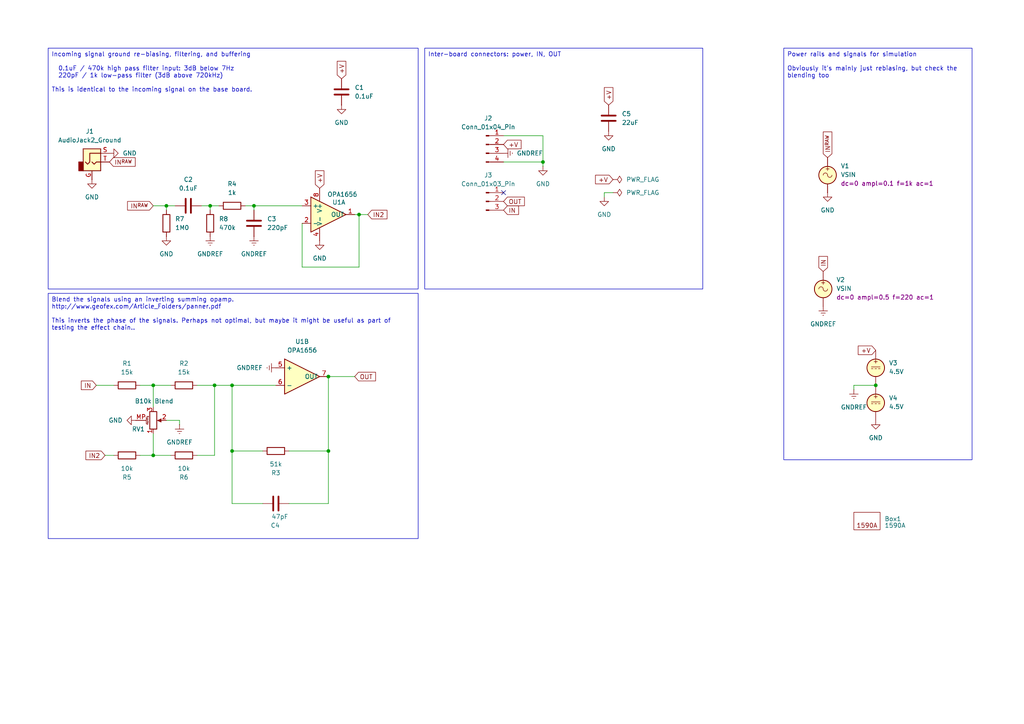
<source format=kicad_sch>
(kicad_sch (version 20250114) (generator "eeschema") (generator_version "9.0")
  (paper "A4")
  (title_block (title "Joiner") (date "2025-05-24") (rev "v2.0"))
  (lib_symbols
    (symbol "Connector:Conn_01x03_Pin" (pin_names (offset 1.016) (hide yes))
      (property "Reference" "J" (at 0 5.08 0))
      (property "Value" "Conn_01x03_Pin" (at 0 -5.08 0))
      (symbol "Conn_01x03_Pin_1_1"
        (rectangle (start 0.8636 2.667) (end 0 2.413) (stroke (width 0.1524)) (fill (type outline)))
        (rectangle (start 0.8636 0.127) (end 0 -0.127) (stroke (width 0.1524)) (fill (type outline)))
        (rectangle (start 0.8636 -2.413) (end 0 -2.667) (stroke (width 0.1524)) (fill (type outline)))
        (polyline (pts (xy 1.27 2.54) (xy 0.8636 2.54)) (stroke (width 0.1524)))
        (polyline (pts (xy 1.27 0) (xy 0.8636 0)) (stroke (width 0.1524)))
        (polyline (pts (xy 1.27 -2.54) (xy 0.8636 -2.54)) (stroke (width 0.1524)))
        (pin passive line (at 5.08 2.54 180) (length 3.81) (name "Pin_1") (number "1"))
        (pin passive line (at 5.08 0 180) (length 3.81) (name "Pin_2") (number "2"))
        (pin passive line (at 5.08 -2.54 180) (length 3.81) (name "Pin_3") (number "3"))
      )
    )
    (symbol "Connector:Conn_01x04_Pin" (pin_names (offset 1.016) (hide yes))
      (property "Reference" "J" (at 0 5.08 0))
      (property "Value" "Conn_01x04_Pin" (at 0 -7.62 0))
      (symbol "Conn_01x04_Pin_1_1"
        (rectangle (start 0.8636 2.667) (end 0 2.413) (stroke (width 0.1524)) (fill (type outline)))
        (rectangle (start 0.8636 0.127) (end 0 -0.127) (stroke (width 0.1524)) (fill (type outline)))
        (rectangle (start 0.8636 -2.413) (end 0 -2.667) (stroke (width 0.1524)) (fill (type outline)))
        (rectangle (start 0.8636 -4.953) (end 0 -5.207) (stroke (width 0.1524)) (fill (type outline)))
        (polyline (pts (xy 1.27 2.54) (xy 0.8636 2.54)) (stroke (width 0.1524)))
        (polyline (pts (xy 1.27 0) (xy 0.8636 0)) (stroke (width 0.1524)))
        (polyline (pts (xy 1.27 -2.54) (xy 0.8636 -2.54)) (stroke (width 0.1524)))
        (polyline (pts (xy 1.27 -5.08) (xy 0.8636 -5.08)) (stroke (width 0.1524)))
        (pin passive line (at 5.08 2.54 180) (length 3.81) (name "Pin_1") (number "1"))
        (pin passive line (at 5.08 0 180) (length 3.81) (name "Pin_2") (number "2"))
        (pin passive line (at 5.08 -2.54 180) (length 3.81) (name "Pin_3") (number "3"))
        (pin passive line (at 5.08 -5.08 180) (length 3.81) (name "Pin_4") (number "4"))
      )
    )
    (symbol "Connector_Audio:AudioJack2_Ground"
      (property "Reference" "J" (at 0 8.89 0))
      (property "Value" "AudioJack2_Ground" (at 0 6.35 0))
      (symbol "AudioJack2_Ground_0_1"
        (rectangle (start -2.54 -2.54) (end -3.81 0) (stroke (width 0.254)) (fill (type outline)))
        (polyline (pts (xy 0 0) (xy 0.635 -0.635) (xy 1.27 0) (xy 2.54 0)) (stroke (width 0.254)))
        (rectangle (start 2.54 3.81) (end -2.54 -2.54) (stroke (width 0.254)) (fill (type background)))
        (polyline (pts (xy 2.54 2.54) (xy -0.635 2.54) (xy -0.635 0) (xy -1.27 -0.635) (xy -1.905 0)) (stroke (width 0.254)))
      )
      (symbol "AudioJack2_Ground_1_1"
        (pin passive line (at 0 -5.08 90) (length 2.54) (name "~") (number "G"))
        (pin passive line (at 5.08 2.54 180) (length 2.54) (name "~") (number "S"))
        (pin passive line (at 5.08 0 180) (length 2.54) (name "~") (number "T"))
      )
    )
    (symbol "Device:C" (pin_numbers (hide yes)) (pin_names (offset 0.254))
      (property "Reference" "C" (at 0.635 2.54 0))
      (property "Value" "C" (at 0.635 -2.54 0))
      (symbol "C_0_1"
        (polyline (pts (xy -2.032 0.762) (xy 2.032 0.762)) (stroke (width 0.508)))
        (polyline (pts (xy -2.032 -0.762) (xy 2.032 -0.762)) (stroke (width 0.508)))
      )
      (symbol "C_1_1"
        (pin passive line (at 0 3.81 270) (length 2.794) (name "~") (number "1"))
        (pin passive line (at 0 -3.81 90) (length 2.794) (name "~") (number "2"))
      )
    )
    (symbol "Device:R" (pin_numbers (hide yes)) (pin_names (offset 0))
      (property "Reference" "R" (at 2.032 0 90))
      (property "Value" "R" (at 0 0 90))
      (symbol "R_0_1"
        (rectangle (start -1.016 -2.54) (end 1.016 2.54) (stroke (width 0.254)))
      )
      (symbol "R_1_1"
        (pin passive line (at 0 3.81 270) (length 1.27) (name "~") (number "1"))
        (pin passive line (at 0 -3.81 90) (length 1.27) (name "~") (number "2"))
      )
    )
    (symbol "Device:R_Potentiometer_MountingPin" (pin_names (offset 1.016) (hide yes))
      (property "Reference" "RV" (at -8.255 0 90))
      (property "Value" "R_Potentiometer_MountingPin" (at -6.35 0 90))
      (symbol "R_Potentiometer_MountingPin_0_1"
        (rectangle (start 1.016 2.54) (end -1.016 -2.54) (stroke (width 0.254)))
        (polyline (pts (xy 1.143 0) (xy 2.286 0.508) (xy 2.286 -0.508)) (fill (type outline)))
        (polyline (pts (xy 2.54 0) (xy 1.524 0)))
      )
      (symbol "R_Potentiometer_MountingPin_1_1"
        (polyline (pts (xy -2.032 1.016) (xy -2.032 -1.016)) (stroke (width 0.1524)))
        (text "Mounting" (at -1.651 0 900) (effects (font (size 0.381 0.381))))
        (pin passive line (at -5.08 0 0) (length 3.048) (name "MountPin") (number "MP"))
        (pin passive line (at 0 3.81 270) (length 1.27) (name "1") (number "1"))
        (pin passive line (at 0 -3.81 90) (length 1.27) (name "3") (number "3"))
        (pin passive line (at 3.81 0 180) (length 1.27) (name "2") (number "2"))
      )
    )
    (symbol "Mylib:Enclosure_1590A" (exclude_from_sim yes)
      (property "Reference" "Box" (at 0 0 0))
      (symbol "Enclosure_1590A_0_1"
        (rectangle (start -3.81 1.27) (end 3.81 -3.81))
      )
      (symbol "Enclosure_1590A_1_1"
        (text "1590A" (at 0 -2.54 0) (effects (font (size 1.27 1.27))))
      )
    )
    (symbol "Mylib:OPA1656"
      (property "Reference" "U" (at 8.89 5.08 0))
      (property "Value" "OPA1656" (at 2.54 11.43 0))
      (symbol "OPA1656_0_1"
        (polyline (pts (xy -2.54 5.08) (xy 7.62 0) (xy -2.54 -5.08) (xy -2.54 5.08)) (stroke (width 0.254)) (fill (type background)))
      )
      (symbol "OPA1656_1_1"
        (pin input line (at -5.08 2.54 0) (length 2.54) (name "+") (number "3"))
        (pin input line (at -5.08 -2.54 0) (length 2.54) (name "-") (number "2"))
        (pin power_in line (at 0 7.62 270) (length 3.81) (name "V+") (number "8"))
        (pin power_in line (at 0 -7.62 90) (length 3.81) (name "V-") (number "4"))
        (pin output line (at 10.16 0 180) (length 2.54) (name "OUT") (number "1"))
      )
      (symbol "OPA1656_2_1"
        (pin input line (at -5.08 2.54 0) (length 2.54) (name "+") (number "5"))
        (pin input line (at -5.08 -2.54 0) (length 2.54) (name "-") (number "6"))
        (pin output line (at 10.16 0 180) (length 2.54) (name "OUT") (number "7"))
      )
    )
    (symbol "Simulation_SPICE:VDC" (pin_numbers (hide yes)) (pin_names (offset 0.0254))
      (property "Reference" "V" (at 2.54 2.54 0))
      (property "Value" "1" (at 2.54 0 0))
      (symbol "VDC_0_0"
        (polyline (pts (xy -1.27 0.254) (xy 1.27 0.254)))
        (polyline (pts (xy -0.762 -0.254) (xy -1.27 -0.254)))
        (polyline (pts (xy 0.254 -0.254) (xy -0.254 -0.254)))
        (polyline (pts (xy 1.27 -0.254) (xy 0.762 -0.254)))
        (text "+" (at 0 1.905 0) (effects (font (size 1.27 1.27))))
      )
      (symbol "VDC_0_1"
        (circle (center 0 0) (radius 2.54) (stroke (width 0.254)) (fill (type background)))
      )
      (symbol "VDC_1_1"
        (pin passive line (at 0 5.08 270) (length 2.54) (name "~") (number "1"))
        (pin passive line (at 0 -5.08 90) (length 2.54) (name "~") (number "2"))
      )
    )
    (symbol "Simulation_SPICE:VSIN" (pin_numbers (hide yes)) (pin_names (offset 0.0254))
      (property "Reference" "V" (at 2.54 2.54 0))
      (property "Value" "VSIN" (at 2.54 0 0))
      (property "Sim.Params" "dc=0 ampl=1 f=1k ac=1" (at 2.54 -2.54 0))
      (symbol "VSIN_0_0"
        (arc (start -1.27 0) (mid -0.635 0.6323) (end 0 0))
        (arc (start 1.27 0) (mid 0.635 -0.6323) (end 0 0))
        (text "+" (at 0 1.905 0) (effects (font (size 1.27 1.27))))
      )
      (symbol "VSIN_0_1"
        (circle (center 0 0) (radius 2.54) (stroke (width 0.254)) (fill (type background)))
      )
      (symbol "VSIN_1_1"
        (pin passive line (at 0 5.08 270) (length 2.54) (name "~") (number "1"))
        (pin passive line (at 0 -5.08 90) (length 2.54) (name "~") (number "2"))
      )
    )
    (symbol "power:GND" (power) (pin_numbers (hide yes)) (pin_names (offset 0) (hide yes))
      (property "Value" "GND" (at 0 -3.81 0))
      (symbol "GND_0_1"
        (polyline (pts (xy 0 0) (xy 0 -1.27) (xy 1.27 -1.27) (xy 0 -2.54) (xy -1.27 -1.27) (xy 0 -1.27)))
      )
      (symbol "GND_1_1"
        (pin power_in line (at 0 0 270) (length 0) (name "~") (number "1"))
      )
    )
    (symbol "power:GNDREF" (power) (pin_numbers (hide yes)) (pin_names (offset 0) (hide yes))
      (property "Value" "GNDREF" (at 0 -3.81 0))
      (symbol "GNDREF_0_1"
        (polyline (pts (xy -0.635 -1.905) (xy 0.635 -1.905)))
        (polyline (pts (xy -0.127 -2.54) (xy 0.127 -2.54)))
        (polyline (pts (xy 0 -1.27) (xy 0 0)))
        (polyline (pts (xy 1.27 -1.27) (xy -1.27 -1.27)))
      )
      (symbol "GNDREF_1_1"
        (pin power_in line (at 0 0 270) (length 0) (name "~") (number "1"))
      )
    )
    (symbol "power:PWR_FLAG" (power) (pin_numbers (hide yes)) (pin_names (offset 0) (hide yes))
      (property "Value" "PWR_FLAG" (at 0 3.81 0))
      (symbol "PWR_FLAG_0_0"
        (pin power_out line (at 0 0 90) (length 0) (name "~") (number "1"))
      )
      (symbol "PWR_FLAG_0_1"
        (polyline (pts (xy 0 0) (xy 0 1.27) (xy -1.016 1.905) (xy 0 2.54) (xy 1.016 1.905) (xy 0 1.27)))
      )
    )
  )
  (text_box "Inter-board connectors: power, IN, OUT" (at 123.19 13.97 0) (size 80.645 69.85) (margins 0.9525 0.9525 0.9525 0.9525) (effects (font (size 1.27 1.27)) (justify left top)))
  (text_box "Blend the signals using an inverting summing opamp.\nhttp://www.geofex.com/Article_Folders/panner.pdf\n\nThis inverts the phase of the signals. Perhaps not optimal, but maybe it might be useful as part of testing the effect chain.." (at 13.97 85.09 0) (size 107.315 71.12) (margins 0.9525 0.9525 0.9525 0.9525) (effects (font (size 1.27 1.27)) (justify left top)))
  (text_box "Incoming signal ground re-biasing, filtering, and buffering\n\n  0.1uF / 470k high pass filter input: 3dB below 7Hz\n  220pF / 1k low-pass filter (3dB above 720kHz)\n\nThis is identical to the incoming signal on the base board." (at 13.97 13.97 0) (size 107.315 69.85) (margins 0.9525 0.9525 0.9525 0.9525) (effects (font (size 1.27 1.27)) (justify left top)))
  (text_box "Power rails and signals for simulation\n\nObviously it's mainly just rebiasing, but check the blending too" (at 227.33 13.97 0) (size 54.61 119.38) (margins 0.9525 0.9525 0.9525 0.9525) (effects (font (size 1.27 1.27)) (justify left top)))
  (junction (at 44.45 111.76))
  (junction (at 44.45 132.08))
  (junction (at 67.31 111.76))
  (junction (at 62.23 111.76))
  (junction (at 157.48 46.99))
  (junction (at 104.14 62.23))
  (junction (at 67.31 130.81))
  (junction (at 95.25 130.81))
  (junction (at 73.66 59.69))
  (junction (at 48.26 59.69))
  (junction (at 60.96 59.69))
  (junction (at 95.25 109.22))
  (junction (at 254 111.76))
  (no_connect (at 146.05 55.88))
  (wire (pts (xy 44.45 111.76) (xy 49.53 111.76)))
  (wire (pts (xy 157.48 39.37) (xy 157.48 46.99)))
  (wire (pts (xy 247.65 111.76) (xy 247.65 113.03)))
  (wire (pts (xy 57.15 111.76) (xy 62.23 111.76)))
  (wire (pts (xy 40.64 111.76) (xy 44.45 111.76)))
  (wire (pts (xy 146.05 46.99) (xy 157.48 46.99)))
  (wire (pts (xy 95.25 146.05) (xy 95.25 130.81)))
  (wire (pts (xy 67.31 130.81) (xy 67.31 146.05)))
  (wire (pts (xy 254 111.76) (xy 247.65 111.76)))
  (wire (pts (xy 95.25 109.22) (xy 102.87 109.22)))
  (wire (pts (xy 52.07 121.92) (xy 52.07 123.19)))
  (wire (pts (xy 48.26 59.69) (xy 50.8 59.69)))
  (wire (pts (xy 44.45 111.76) (xy 44.45 118.11)))
  (wire (pts (xy 87.63 77.47) (xy 87.63 64.77)))
  (wire (pts (xy 60.96 59.69) (xy 60.96 60.96)))
  (wire (pts (xy 104.14 62.23) (xy 104.14 77.47)))
  (wire (pts (xy 58.42 59.69) (xy 60.96 59.69)))
  (wire (pts (xy 40.64 132.08) (xy 44.45 132.08)))
  (wire (pts (xy 146.05 39.37) (xy 157.48 39.37)))
  (wire (pts (xy 67.31 130.81) (xy 76.2 130.81)))
  (wire (pts (xy 83.82 146.05) (xy 95.25 146.05)))
  (wire (pts (xy 48.26 121.92) (xy 52.07 121.92)))
  (wire (pts (xy 157.48 46.99) (xy 157.48 48.26)))
  (wire (pts (xy 73.66 59.69) (xy 87.63 59.69)))
  (wire (pts (xy 104.14 62.23) (xy 106.68 62.23)))
  (wire (pts (xy 102.87 62.23) (xy 104.14 62.23)))
  (wire (pts (xy 177.8 55.88) (xy 175.26 55.88)))
  (wire (pts (xy 44.45 125.73) (xy 44.45 132.08)))
  (wire (pts (xy 73.66 60.96) (xy 73.66 59.69)))
  (wire (pts (xy 62.23 132.08) (xy 57.15 132.08)))
  (wire (pts (xy 67.31 111.76) (xy 67.31 130.81)))
  (wire (pts (xy 44.45 59.69) (xy 48.26 59.69)))
  (wire (pts (xy 175.26 55.88) (xy 175.26 57.15)))
  (wire (pts (xy 27.94 111.76) (xy 33.02 111.76)))
  (wire (pts (xy 71.12 59.69) (xy 73.66 59.69)))
  (wire (pts (xy 87.63 77.47) (xy 104.14 77.47)))
  (wire (pts (xy 48.26 59.69) (xy 48.26 60.96)))
  (wire (pts (xy 62.23 111.76) (xy 67.31 111.76)))
  (wire (pts (xy 67.31 146.05) (xy 76.2 146.05)))
  (wire (pts (xy 95.25 109.22) (xy 95.25 130.81)))
  (wire (pts (xy 83.82 130.81) (xy 95.25 130.81)))
  (wire (pts (xy 67.31 111.76) (xy 80.01 111.76)))
  (wire (pts (xy 60.96 59.69) (xy 63.5 59.69)))
  (wire (pts (xy 30.48 132.08) (xy 33.02 132.08)))
  (wire (pts (xy 62.23 111.76) (xy 62.23 132.08)))
  (wire (pts (xy 44.45 132.08) (xy 49.53 132.08)))
  (global_label "+V" (shape input) (at 177.8 52.07 180) (property "Intersheetrefs" "${INTERSHEET_REFS}" (effects (hide yes))))
  (global_label "IN^{RAW}" (shape input) (at 44.45 59.69 180) (property "Intersheetrefs" "${INTERSHEET_REFS}" (effects (hide yes))))
  (global_label "OUT" (shape input) (at 146.05 58.42 0) (property "Intersheetrefs" "${INTERSHEET_REFS}" (effects (hide yes))))
  (global_label "IN" (shape input) (at 146.05 60.96 0) (property "Intersheetrefs" "${INTERSHEET_REFS}" (effects (hide yes))))
  (global_label "IN2" (shape input) (at 30.48 132.08 180) (property "Intersheetrefs" "${INTERSHEET_REFS}" (effects (hide yes))))
  (global_label "IN^{RAW}" (shape input) (at 240.03 45.72 90) (property "Intersheetrefs" "${INTERSHEET_REFS}" (effects (hide yes))))
  (global_label "+V" (shape input) (at 99.06 22.86 90) (property "Intersheetrefs" "${INTERSHEET_REFS}" (effects (hide yes))))
  (global_label "+V" (shape input) (at 92.71 54.61 90) (property "Intersheetrefs" "${INTERSHEET_REFS}" (effects (hide yes))))
  (global_label "OUT" (shape input) (at 102.87 109.22 0) (property "Intersheetrefs" "${INTERSHEET_REFS}" (effects (hide yes))))
  (global_label "IN^{RAW}" (shape input) (at 31.75 46.99 0) (property "Intersheetrefs" "${INTERSHEET_REFS}" (effects (hide yes))))
  (global_label "IN2" (shape input) (at 106.68 62.23 0) (property "Intersheetrefs" "${INTERSHEET_REFS}" (effects (hide yes))))
  (global_label "+V" (shape input) (at 146.05 41.91 0) (property "Intersheetrefs" "${INTERSHEET_REFS}" (effects (hide yes))))
  (global_label "+V" (shape input) (at 176.53 30.48 90) (property "Intersheetrefs" "${INTERSHEET_REFS}" (effects (hide yes))))
  (global_label "IN" (shape input) (at 238.76 78.74 90) (property "Intersheetrefs" "${INTERSHEET_REFS}" (effects (hide yes))))
  (global_label "+V" (shape input) (at 254 101.6 180) (property "Intersheetrefs" "${INTERSHEET_REFS}" (effects (hide yes))))
  (global_label "IN" (shape input) (at 27.94 111.76 180) (property "Intersheetrefs" "${INTERSHEET_REFS}" (effects (hide yes))))
  (symbol (lib_id "power:GNDREF") (at 60.96 68.58 0) (unit 1)
    (property "Reference" "#PWR08" (effects (hide yes)))
    (property "Value" "GNDREF" (at 60.96 73.66 0))
    (property "Description" "Power symbol creates a global label with name \"GNDREF\" , reference supply ground" (effects (hide yes)))
  )
  (symbol (lib_id "Device:C") (at 80.01 146.05 270) (unit 1)
    (property "Reference" "C4" (at 78.486 152.4 90) (effects (justify left)))
    (property "Value" "47pF" (at 78.7401 149.86 90) (effects (justify left)))
    (property "Footprint" "Capacitor_SMD:C_0805_2012Metric_Pad1.18x1.45mm_HandSolder" (effects (hide yes)))
    (property "Description" "Unpolarized capacitor" (effects (hide yes)))
  )
  (symbol (lib_id "Connector_Audio:AudioJack2_Ground") (at 26.67 46.99 0) (unit 1) (exclude_from_sim yes)
    (property "Reference" "J1" (at 26.035 38.1 0))
    (property "Value" "AudioJack2_Ground" (at 26.035 40.64 0))
    (property "Footprint" "Mylib:CK-6.35" (effects (hide yes)))
    (property "Description" "Audio Jack, 2 Poles (Mono / TS), Grounded Sleeve" (effects (hide yes)))
  )
  (symbol (lib_id "power:GND") (at 99.06 30.48 0) (unit 1)
    (property "Reference" "#PWR01" (effects (hide yes)))
    (property "Value" "GND" (at 99.06 35.56 0))
    (property "Description" "Power symbol creates a global label with name \"GND\" , ground" (effects (hide yes)))
  )
  (symbol (lib_id "power:GND") (at 157.48 48.26 0) (unit 1)
    (property "Reference" "#PWR013" (effects (hide yes)))
    (property "Value" "GND" (at 157.48 53.34 0))
    (property "Description" "Power symbol creates a global label with name \"GND\" , ground" (effects (hide yes)))
  )
  (symbol (lib_id "power:GND") (at 31.75 44.45 90) (unit 1)
    (property "Reference" "#PWR03" (effects (hide yes)))
    (property "Value" "GND" (at 35.56 44.4499 90) (effects (justify right)))
    (property "Description" "Power symbol creates a global label with name \"GND\" , ground" (effects (hide yes)))
  )
  (symbol (lib_id "power:GND") (at 175.26 57.15 0) (unit 1)
    (property "Reference" "#PWR015" (effects (hide yes)))
    (property "Value" "GND" (at 175.26 62.23 0))
    (property "Description" "Power symbol creates a global label with name \"GND\" , ground" (effects (hide yes)))
  )
  (symbol (lib_id "power:GNDREF") (at 146.05 44.45 90) (unit 1)
    (property "Reference" "#PWR012" (effects (hide yes)))
    (property "Value" "GNDREF" (at 149.86 44.4499 90) (effects (justify right)))
    (property "Description" "Power symbol creates a global label with name \"GNDREF\" , reference supply ground" (effects (hide yes)))
  )
  (symbol (lib_id "Device:C") (at 99.06 26.67 0) (unit 1)
    (property "Reference" "C1" (at 102.87 25.3999 0) (effects (justify left)))
    (property "Value" "0.1uF" (at 102.87 27.9399 0) (effects (justify left)))
    (property "Footprint" "Mylib:C_0704_1810Metric" (effects (hide yes)))
    (property "Description" "Unpolarized capacitor" (effects (hide yes)))
  )
  (symbol (lib_id "power:GNDREF") (at 238.76 88.9 0) (unit 1)
    (property "Reference" "#PWR016" (effects (hide yes)))
    (property "Value" "GNDREF" (at 238.76 93.98 0))
    (property "Description" "Power symbol creates a global label with name \"GNDREF\" , reference supply ground" (effects (hide yes)))
  )
  (symbol (lib_id "Mylib:OPA1656") (at 85.09 109.22 0) (unit 2)
    (property "Reference" "U1" (at 87.63 99.06 0))
    (property "Value" "OPA1656" (at 87.63 101.6 0))
    (property "Footprint" "Package_SO:SOIC-8_3.9x4.9mm_P1.27mm" (effects (hide yes)))
    (property "Datasheet" "https://ti.com/lit/ds/symlink/opa1655.pdf" (effects (hide yes)))
    (property "Description" "Dual audio op-amp" (effects (hide yes)))
    (property "Sim.Library" "${KIPRJMOD}/../../symbols/dual1656.lib" (effects (hide yes)))
    (property "Sim.Name" "DUAL1656" (effects (hide yes)))
    (property "Sim.Device" "SUBCKT" (effects (hide yes)))
    (property "Sim.Pins" "1=OUTA 2=INA- 3=INA+ 4=V- 5=INB+ 6=INB- 7=OUTB 8=V+" (effects (hide yes)))
  )
  (symbol (lib_id "Device:C") (at 54.61 59.69 90) (unit 1)
    (property "Reference" "C2" (at 54.61 52.07 90))
    (property "Value" "0.1uF" (at 54.61 54.61 90))
    (property "Footprint" "Mylib:C_0704_1810Metric" (effects (hide yes)))
    (property "Description" "Unpolarized capacitor" (effects (hide yes)))
  )
  (symbol (lib_id "Connector:Conn_01x04_Pin") (at 140.97 41.91 0) (unit 1) (exclude_from_sim yes)
    (property "Reference" "J2" (at 141.605 34.29 0))
    (property "Value" "Conn_01x04_Pin" (at 141.605 36.83 0))
    (property "Footprint" "Connector_PinHeader_2.54mm:PinHeader_1x04_P2.54mm_Vertical" (effects (hide yes)))
    (property "Description" "Generic connector, single row, 01x04, script generated" (effects (hide yes)))
  )
  (symbol (lib_id "Device:R") (at 67.31 59.69 90) (unit 1)
    (property "Reference" "R4" (at 67.31 53.34 90))
    (property "Value" "1k" (at 67.31 55.88 90))
    (property "Footprint" "Resistor_SMD:R_0805_2012Metric_Pad1.20x1.40mm_HandSolder" (effects (hide yes)))
    (property "Description" "Resistor" (effects (hide yes)))
  )
  (symbol (lib_id "power:GND") (at 176.53 38.1 0) (unit 1)
    (property "Reference" "#PWR011" (effects (hide yes)))
    (property "Value" "GND" (at 176.53 43.18 0))
    (property "Description" "Power symbol creates a global label with name \"GND\" , ground" (effects (hide yes)))
  )
  (symbol (lib_id "Device:R_Potentiometer_MountingPin") (at 44.45 121.92 0) (mirror x) (unit 1)
    (property "Reference" "RV1" (at 40.132 124.46 0))
    (property "Value" "B10k Blend" (at 44.704 116.332 0))
    (property "Footprint" "Mylib:Potentiometer_9mm_MP" (effects (hide yes)))
    (property "Description" "Potentiometer with a mounting pin" (effects (hide yes)))
    (property "Sim.Device" "R" (effects (hide yes)))
    (property "Sim.Type" "POT" (effects (hide yes)))
    (property "Sim.Pins" "1=r0 2=wiper 3=r1" (effects (hide yes)))
    (property "Sim.Params" "r=10k pos=0.8" (effects (hide yes)))
  )
  (symbol (lib_id "power:PWR_FLAG") (at 177.8 55.88 270) (unit 1)
    (property "Reference" "#FLG02" (effects (hide yes)))
    (property "Value" "PWR_FLAG" (at 181.61 55.8801 90) (effects (justify left)))
    (property "Description" "Special symbol for telling ERC where power comes from" (effects (hide yes)))
  )
  (symbol (lib_id "Device:C") (at 73.66 64.77 0) (unit 1)
    (property "Reference" "C3" (at 77.47 63.4999 0) (effects (justify left)))
    (property "Value" "220pF" (at 77.47 66.0399 0) (effects (justify left)))
    (property "Footprint" "Capacitor_SMD:C_0805_2012Metric_Pad1.18x1.45mm_HandSolder" (effects (hide yes)))
    (property "Description" "Unpolarized capacitor" (effects (hide yes)))
  )
  (symbol (lib_id "power:GND") (at 240.03 55.88 0) (unit 1)
    (property "Reference" "#PWR014" (effects (hide yes)))
    (property "Value" "GND" (at 240.03 60.96 0))
    (property "Description" "Power symbol creates a global label with name \"GND\" , ground" (effects (hide yes)))
  )
  (symbol (lib_id "Device:R") (at 53.34 111.76 270) (unit 1)
    (property "Reference" "R2" (at 53.34 105.41 90))
    (property "Value" "15k" (at 53.34 107.95 90))
    (property "Footprint" "Resistor_SMD:R_0805_2012Metric_Pad1.20x1.40mm_HandSolder" (effects (hide yes)))
    (property "Description" "Resistor" (effects (hide yes)))
  )
  (symbol (lib_id "power:GND") (at 254 121.92 0) (unit 1)
    (property "Reference" "#PWR018" (effects (hide yes)))
    (property "Value" "GND" (at 254 127 0))
    (property "Description" "Power symbol creates a global label with name \"GND\" , ground" (effects (hide yes)))
  )
  (symbol (lib_id "Mylib:OPA1656") (at 92.71 62.23 0) (unit 1)
    (property "Reference" "U1" (at 98.298 58.674 0))
    (property "Value" "OPA1656" (at 99.314 56.388 0))
    (property "Footprint" "Package_SO:SOIC-8_3.9x4.9mm_P1.27mm" (effects (hide yes)))
    (property "Datasheet" "https://ti.com/lit/ds/symlink/opa1655.pdf" (effects (hide yes)))
    (property "Description" "Dual audio op-amp" (effects (hide yes)))
    (property "Sim.Library" "${KIPRJMOD}/../../symbols/dual1656.lib" (effects (hide yes)))
    (property "Sim.Name" "DUAL1656" (effects (hide yes)))
    (property "Sim.Device" "SUBCKT" (effects (hide yes)))
    (property "Sim.Pins" "1=OUTA 2=INA- 3=INA+ 4=V- 5=INB+ 6=INB- 7=OUTB 8=V+" (effects (hide yes)))
  )
  (symbol (lib_id "Simulation_SPICE:VSIN") (at 240.03 50.8 0) (unit 1) (on_board no)
    (property "Reference" "V1" (at 243.84 48.1301 0) (effects (justify left)))
    (property "Value" "VSIN" (at 243.84 50.6701 0) (effects (justify left)))
    (property "Datasheet" "https://ngspice.sourceforge.io/docs/ngspice-html-manual/manual.xhtml#sec_Independent_Sources_for" (effects (hide yes)))
    (property "Description" "Voltage source, sinusoidal" (effects (hide yes)))
    (property "Sim.Pins" "1=+ 2=-" (effects (hide yes)))
    (property "Sim.Params" "dc=0 ampl=0.1 f=1k ac=1" (at 243.84 53.2101 0) (effects (justify left)))
    (property "Sim.Type" "SIN" (effects (hide yes)))
    (property "Sim.Device" "V" (effects (hide yes)))
  )
  (symbol (lib_id "Device:C") (at 176.53 34.29 0) (unit 1)
    (property "Reference" "C5" (at 180.34 33.0199 0) (effects (justify left)))
    (property "Value" "22uF" (at 180.34 35.5599 0) (effects (justify left)))
    (property "Footprint" "Capacitor_SMD:C_1206_3216Metric_Pad1.33x1.80mm_HandSolder" (effects (hide yes)))
    (property "Description" "Unpolarized capacitor" (effects (hide yes)))
  )
  (symbol (lib_id "power:GND") (at 48.26 68.58 0) (unit 1)
    (property "Reference" "#PWR07" (effects (hide yes)))
    (property "Value" "GND" (at 48.26 73.66 0))
    (property "Description" "Power symbol creates a global label with name \"GND\" , ground" (effects (hide yes)))
  )
  (symbol (lib_id "power:GNDREF") (at 73.66 68.58 0) (unit 1)
    (property "Reference" "#PWR09" (effects (hide yes)))
    (property "Value" "GNDREF" (at 73.66 73.66 0))
    (property "Description" "Power symbol creates a global label with name \"GNDREF\" , reference supply ground" (effects (hide yes)))
  )
  (symbol (lib_id "power:PWR_FLAG") (at 177.8 52.07 270) (unit 1)
    (property "Reference" "#FLG01" (effects (hide yes)))
    (property "Value" "PWR_FLAG" (at 181.61 52.0699 90) (effects (justify left)))
    (property "Description" "Special symbol for telling ERC where power comes from" (effects (hide yes)))
  )
  (symbol (lib_id "Device:R") (at 48.26 64.77 0) (unit 1)
    (property "Reference" "R7" (at 50.8 63.4999 0) (effects (justify left)))
    (property "Value" "1M0" (at 50.8 66.0399 0) (effects (justify left)))
    (property "Footprint" "Resistor_SMD:R_0805_2012Metric_Pad1.20x1.40mm_HandSolder" (effects (hide yes)))
    (property "Description" "Resistor" (effects (hide yes)))
  )
  (symbol (lib_id "Device:R") (at 36.83 132.08 270) (mirror x) (unit 1)
    (property "Reference" "R5" (at 36.83 138.43 90))
    (property "Value" "10k" (at 36.83 135.89 90))
    (property "Footprint" "Resistor_SMD:R_0805_2012Metric_Pad1.20x1.40mm_HandSolder" (effects (hide yes)))
    (property "Description" "Resistor" (effects (hide yes)))
  )
  (symbol (lib_id "Simulation_SPICE:VDC") (at 254 106.68 0) (unit 1) (on_board no)
    (property "Reference" "V3" (at 257.81 105.2801 0) (effects (justify left)))
    (property "Value" "4.5V" (at 257.81 107.8201 0) (effects (justify left)))
    (property "Datasheet" "https://ngspice.sourceforge.io/docs/ngspice-html-manual/manual.xhtml#sec_Independent_Sources_for" (effects (hide yes)))
    (property "Description" "Voltage source, DC" (effects (hide yes)))
    (property "Sim.Pins" "1=+ 2=-" (effects (hide yes)))
    (property "Sim.Type" "DC" (effects (hide yes)))
    (property "Sim.Device" "V" (effects (hide yes)))
  )
  (symbol (lib_id "power:GND") (at 26.67 52.07 0) (unit 1)
    (property "Reference" "#PWR06" (effects (hide yes)))
    (property "Value" "GND" (at 26.67 57.15 0))
    (property "Description" "Power symbol creates a global label with name \"GND\" , ground" (effects (hide yes)))
  )
  (symbol (lib_id "Mylib:Enclosure_1590A") (at 251.46 149.86 0) (unit 1) (exclude_from_sim yes)
    (property "Reference" "Box1" (at 256.54 150.4949 0) (effects (justify left)))
    (property "Value" "1590A" (at 256.54 152.4 0) (effects (justify left)))
    (property "Footprint" "Mylib:1590A" (effects (hide yes)))
  )
  (symbol (lib_id "Simulation_SPICE:VSIN") (at 238.76 83.82 0) (unit 1) (on_board no)
    (property "Reference" "V2" (at 242.57 81.1501 0) (effects (justify left)))
    (property "Value" "VSIN" (at 242.57 83.6901 0) (effects (justify left)))
    (property "Datasheet" "https://ngspice.sourceforge.io/docs/ngspice-html-manual/manual.xhtml#sec_Independent_Sources_for" (effects (hide yes)))
    (property "Description" "Voltage source, sinusoidal" (effects (hide yes)))
    (property "Sim.Pins" "1=+ 2=-" (effects (hide yes)))
    (property "Sim.Params" "dc=0 ampl=0.5 f=220 ac=1" (at 242.57 86.2301 0) (effects (justify left)))
    (property "Sim.Type" "SIN" (effects (hide yes)))
    (property "Sim.Device" "V" (effects (hide yes)))
  )
  (symbol (lib_id "power:GNDREF") (at 52.07 123.19 0) (unit 1)
    (property "Reference" "#PWR05" (effects (hide yes)))
    (property "Value" "GNDREF" (at 52.07 128.27 0))
    (property "Description" "Power symbol creates a global label with name \"GNDREF\" , reference supply ground" (effects (hide yes)))
  )
  (symbol (lib_id "Device:R") (at 53.34 132.08 270) (mirror x) (unit 1)
    (property "Reference" "R6" (at 53.34 138.43 90))
    (property "Value" "10k" (at 53.34 135.89 90))
    (property "Footprint" "Resistor_SMD:R_0805_2012Metric_Pad1.20x1.40mm_HandSolder" (effects (hide yes)))
    (property "Description" "Resistor" (effects (hide yes)))
  )
  (symbol (lib_id "Device:R") (at 36.83 111.76 270) (unit 1)
    (property "Reference" "R1" (at 36.83 105.41 90))
    (property "Value" "15k" (at 36.83 107.95 90))
    (property "Footprint" "Resistor_SMD:R_0805_2012Metric_Pad1.20x1.40mm_HandSolder" (effects (hide yes)))
    (property "Description" "Resistor" (effects (hide yes)))
  )
  (symbol (lib_id "Simulation_SPICE:VDC") (at 254 116.84 0) (unit 1) (on_board no)
    (property "Reference" "V4" (at 257.81 115.4401 0) (effects (justify left)))
    (property "Value" "4.5V" (at 257.81 117.9801 0) (effects (justify left)))
    (property "Datasheet" "https://ngspice.sourceforge.io/docs/ngspice-html-manual/manual.xhtml#sec_Independent_Sources_for" (effects (hide yes)))
    (property "Description" "Voltage source, DC" (effects (hide yes)))
    (property "Sim.Pins" "1=+ 2=-" (effects (hide yes)))
    (property "Sim.Type" "DC" (effects (hide yes)))
    (property "Sim.Device" "V" (effects (hide yes)))
  )
  (symbol (lib_id "Connector:Conn_01x03_Pin") (at 140.97 58.42 0) (unit 1) (exclude_from_sim yes)
    (property "Reference" "J3" (at 141.605 50.8 0))
    (property "Value" "Conn_01x03_Pin" (at 141.605 53.34 0))
    (property "Footprint" "Connector_PinHeader_2.54mm:PinHeader_1x03_P2.54mm_Vertical" (effects (hide yes)))
    (property "Description" "Generic connector, single row, 01x03, script generated" (effects (hide yes)))
  )
  (symbol (lib_id "Device:R") (at 80.01 130.81 270) (mirror x) (unit 1)
    (property "Reference" "R3" (at 80.01 137.16 90))
    (property "Value" "51k" (at 80.01 134.62 90))
    (property "Footprint" "Resistor_SMD:R_0805_2012Metric_Pad1.20x1.40mm_HandSolder" (effects (hide yes)))
    (property "Description" "Resistor" (effects (hide yes)))
  )
  (symbol (lib_id "power:GND") (at 39.37 121.92 270) (unit 1)
    (property "Reference" "#PWR04" (effects (hide yes)))
    (property "Value" "GND" (at 35.56 121.9199 90) (effects (justify right)))
    (property "Description" "Power symbol creates a global label with name \"GND\" , ground" (effects (hide yes)))
  )
  (symbol (lib_id "power:GND") (at 92.71 69.85 0) (unit 1)
    (property "Reference" "#PWR010" (effects (hide yes)))
    (property "Value" "GND" (at 92.71 74.93 0))
    (property "Description" "Power symbol creates a global label with name \"GND\" , ground" (effects (hide yes)))
  )
  (symbol (lib_id "Device:R") (at 60.96 64.77 0) (unit 1)
    (property "Reference" "R8" (at 63.5 63.4999 0) (effects (justify left)))
    (property "Value" "470k" (at 63.5 66.0399 0) (effects (justify left)))
    (property "Footprint" "Resistor_SMD:R_0805_2012Metric_Pad1.20x1.40mm_HandSolder" (effects (hide yes)))
    (property "Description" "Resistor" (effects (hide yes)))
  )
  (symbol (lib_id "power:GNDREF") (at 80.01 106.68 270) (unit 1)
    (property "Reference" "#PWR02" (effects (hide yes)))
    (property "Value" "GNDREF" (at 76.2 106.6799 90) (effects (justify right)))
    (property "Description" "Power symbol creates a global label with name \"GNDREF\" , reference supply ground" (effects (hide yes)))
  )
  (symbol (lib_id "power:GNDREF") (at 247.65 113.03 0) (unit 1)
    (property "Reference" "#PWR017" (effects (hide yes)))
    (property "Value" "GNDREF" (at 247.65 118.11 0))
    (property "Description" "Power symbol creates a global label with name \"GNDREF\" , reference supply ground" (effects (hide yes)))
  )
)
</source>
